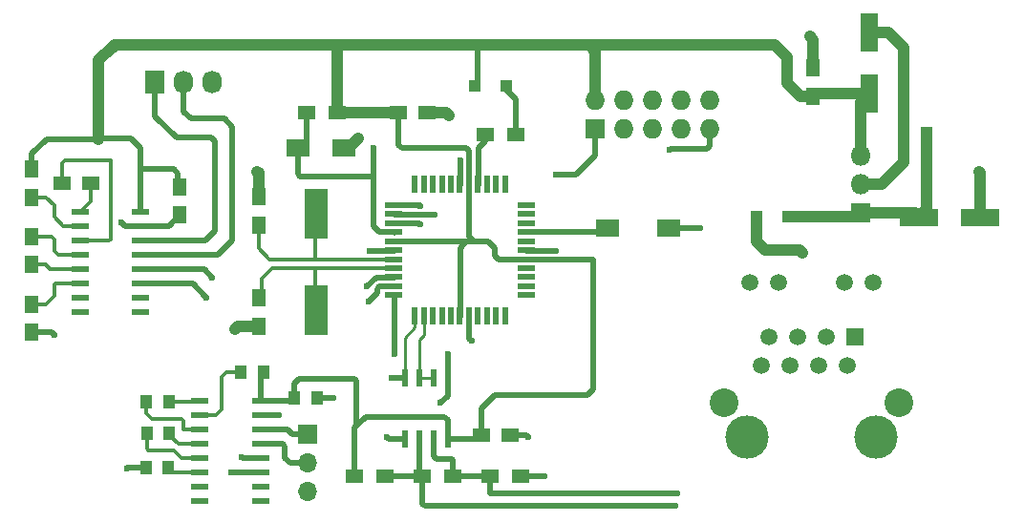
<source format=gbr>
G04 #@! TF.FileFunction,Copper,L1,Top,Signal*
%FSLAX46Y46*%
G04 Gerber Fmt 4.6, Leading zero omitted, Abs format (unit mm)*
G04 Created by KiCad (PCBNEW 4.0.6) date 08/10/17 23:44:08*
%MOMM*%
%LPD*%
G01*
G04 APERTURE LIST*
%ADD10C,0.100000*%
%ADD11R,1.250000X1.500000*%
%ADD12R,1.500000X1.250000*%
%ADD13R,1.727200X2.032000*%
%ADD14O,1.727200X2.032000*%
%ADD15R,1.500000X1.300000*%
%ADD16R,0.600000X1.550000*%
%ADD17R,1.500000X0.600000*%
%ADD18R,1.000000X1.250000*%
%ADD19R,1.800000X1.800000*%
%ADD20O,1.800000X1.800000*%
%ADD21R,1.700000X1.700000*%
%ADD22O,1.700000X1.700000*%
%ADD23R,1.727200X1.727200*%
%ADD24O,1.727200X1.727200*%
%ADD25C,3.850000*%
%ADD26C,1.520000*%
%ADD27C,2.540000*%
%ADD28R,1.520000X1.520000*%
%ADD29R,1.600000X0.560000*%
%ADD30R,0.560000X1.600000*%
%ADD31R,2.000000X4.500000*%
%ADD32R,2.000000X1.600000*%
%ADD33R,1.100000X1.100000*%
%ADD34R,3.500000X1.600000*%
%ADD35R,1.600000X3.500000*%
%ADD36C,0.600000*%
%ADD37C,1.000000*%
%ADD38C,0.500000*%
%ADD39C,0.300000*%
%ADD40C,0.250000*%
G04 APERTURE END LIST*
D10*
D11*
X106150000Y-67350000D03*
X106150000Y-69850000D03*
D12*
X132912800Y-89357200D03*
X135412800Y-89357200D03*
D11*
X162280000Y-59310000D03*
X162280000Y-56810000D03*
X113120000Y-70740000D03*
X113120000Y-68240000D03*
X113160000Y-77200000D03*
X113160000Y-79700000D03*
D12*
X98250000Y-67000000D03*
X95750000Y-67000000D03*
D11*
X93000000Y-71750000D03*
X93000000Y-74250000D03*
X93000000Y-65750000D03*
X93000000Y-68250000D03*
X93000000Y-77750000D03*
X93000000Y-80250000D03*
D13*
X103970000Y-58030000D03*
D14*
X106510000Y-58030000D03*
X109050000Y-58030000D03*
D15*
X120070000Y-60770000D03*
X117370000Y-60770000D03*
X135910000Y-62670000D03*
X133210000Y-62670000D03*
X121650000Y-93000000D03*
X124350000Y-93000000D03*
X127650000Y-93000000D03*
X130350000Y-93000000D03*
X133650000Y-93000000D03*
X136350000Y-93000000D03*
D16*
X129905000Y-84300000D03*
X128635000Y-84300000D03*
X127365000Y-84300000D03*
X126095000Y-84300000D03*
X126095000Y-89700000D03*
X127365000Y-89700000D03*
X128635000Y-89700000D03*
X129905000Y-89700000D03*
D17*
X97300000Y-69555000D03*
X97300000Y-70825000D03*
X97300000Y-72095000D03*
X97300000Y-73365000D03*
X97300000Y-74635000D03*
X97300000Y-75905000D03*
X97300000Y-77175000D03*
X97300000Y-78445000D03*
X102700000Y-78445000D03*
X102700000Y-77175000D03*
X102700000Y-75905000D03*
X102700000Y-74635000D03*
X102700000Y-73365000D03*
X102700000Y-72095000D03*
X102700000Y-70825000D03*
X102700000Y-69555000D03*
D12*
X125558400Y-60720800D03*
X128058400Y-60720800D03*
D18*
X172340000Y-62600000D03*
X170340000Y-62600000D03*
D19*
X166470000Y-69680000D03*
D20*
X166470000Y-67140000D03*
X166470000Y-64600000D03*
D18*
X105165400Y-86436200D03*
X103165400Y-86436200D03*
X105216200Y-89230200D03*
X103216200Y-89230200D03*
X113547400Y-83769200D03*
X111547400Y-83769200D03*
X105140000Y-92252800D03*
X103140000Y-92252800D03*
D21*
X117449600Y-89306400D03*
D22*
X117449600Y-91846400D03*
X117449600Y-94386400D03*
D17*
X107942400Y-86360000D03*
X107942400Y-87630000D03*
X107942400Y-88900000D03*
X107942400Y-90170000D03*
X107942400Y-91440000D03*
X107942400Y-92710000D03*
X107942400Y-93980000D03*
X107942400Y-95250000D03*
X113342400Y-95250000D03*
X113342400Y-93980000D03*
X113342400Y-92710000D03*
X113342400Y-91440000D03*
X113342400Y-90170000D03*
X113342400Y-88900000D03*
X113342400Y-87630000D03*
X113342400Y-86360000D03*
D18*
X116297200Y-86106000D03*
X118297200Y-86106000D03*
D23*
X143000000Y-62230000D03*
D24*
X143000000Y-59690000D03*
X145540000Y-62230000D03*
X145540000Y-59690000D03*
X148080000Y-62230000D03*
X148080000Y-59690000D03*
X150620000Y-62230000D03*
X150620000Y-59690000D03*
X153160000Y-62230000D03*
X153160000Y-59690000D03*
D25*
X167890000Y-89520000D03*
X156450000Y-89520000D03*
D26*
X157720000Y-83170000D03*
X158360000Y-80630000D03*
X160270000Y-83170000D03*
X160900000Y-80630000D03*
X162810000Y-83170000D03*
X163440000Y-80630000D03*
X165340000Y-83170000D03*
D27*
X169920000Y-86470000D03*
X154420000Y-86470000D03*
D26*
X159250000Y-75800000D03*
X165090000Y-75800000D03*
X156710000Y-75800000D03*
X167630000Y-75800000D03*
D28*
X165980000Y-80630000D03*
D29*
X125130000Y-68950000D03*
X125130000Y-69750000D03*
X125130000Y-70550000D03*
X125130000Y-71350000D03*
X125130000Y-72150000D03*
X125130000Y-72950000D03*
X125130000Y-73750000D03*
X125130000Y-74550000D03*
X125130000Y-75350000D03*
X125130000Y-76150000D03*
X125130000Y-76950000D03*
D30*
X126980000Y-78800000D03*
X127780000Y-78800000D03*
X128580000Y-78800000D03*
X129380000Y-78800000D03*
X130180000Y-78800000D03*
X130980000Y-78800000D03*
X131780000Y-78800000D03*
X132580000Y-78800000D03*
X133380000Y-78800000D03*
X134180000Y-78800000D03*
X134980000Y-78800000D03*
D29*
X136830000Y-76950000D03*
X136830000Y-76150000D03*
X136830000Y-75350000D03*
X136830000Y-74550000D03*
X136830000Y-73750000D03*
X136830000Y-72950000D03*
X136830000Y-72150000D03*
X136830000Y-71350000D03*
X136830000Y-70550000D03*
X136830000Y-69750000D03*
X136830000Y-68950000D03*
D30*
X134980000Y-67100000D03*
X134180000Y-67100000D03*
X133380000Y-67100000D03*
X132580000Y-67100000D03*
X131780000Y-67100000D03*
X130980000Y-67100000D03*
X130180000Y-67100000D03*
X129380000Y-67100000D03*
X128580000Y-67100000D03*
X127780000Y-67100000D03*
X126980000Y-67100000D03*
D31*
X118210000Y-69760000D03*
X118210000Y-78260000D03*
D32*
X116660000Y-63900000D03*
X120660000Y-63900000D03*
D33*
X160090000Y-69960000D03*
X157290000Y-69960000D03*
D34*
X171650000Y-70030000D03*
X177050000Y-70030000D03*
D35*
X167300000Y-59030000D03*
X167300000Y-53630000D03*
D33*
X135060000Y-58340000D03*
X132260000Y-58340000D03*
D32*
X149500000Y-70980000D03*
X144100000Y-70980000D03*
D36*
X111000000Y-80000000D03*
X113000000Y-66000000D03*
X177000000Y-66000000D03*
X162000000Y-54000000D03*
X130000000Y-61000000D03*
X122000000Y-63000000D03*
X152290000Y-70980000D03*
X139500000Y-73000000D03*
X132000000Y-81000000D03*
X123000000Y-73000000D03*
X131000000Y-65000000D03*
X101447600Y-92303600D03*
X114909600Y-87630000D03*
X119786400Y-86080600D03*
X138500000Y-93000000D03*
X124500000Y-89500000D03*
X137000000Y-89500000D03*
X95000000Y-80500000D03*
X101000000Y-70500000D03*
X122760000Y-76200000D03*
X109040000Y-75360000D03*
X122910000Y-77500000D03*
X108520000Y-77140000D03*
X129286000Y-86512400D03*
X111633000Y-91338400D03*
X129895600Y-82143600D03*
X125145800Y-82143600D03*
X110718600Y-92633800D03*
X124891800Y-84302600D03*
X150070000Y-95670000D03*
X150240000Y-94500000D03*
X161350000Y-73230000D03*
X123330000Y-63890000D03*
X127450000Y-69010000D03*
X139480000Y-66220000D03*
X149540000Y-64050000D03*
X128710000Y-69820000D03*
X127450000Y-70630000D03*
D37*
X113160000Y-79700000D02*
X111300000Y-79700000D01*
X111300000Y-79700000D02*
X111000000Y-80000000D01*
X113120000Y-68240000D02*
X113120000Y-66120000D01*
X113120000Y-66120000D02*
X113000000Y-66000000D01*
X177050000Y-70030000D02*
X177050000Y-66050000D01*
X177050000Y-66050000D02*
X177000000Y-66000000D01*
X162280000Y-56810000D02*
X162280000Y-54280000D01*
X162280000Y-54280000D02*
X162000000Y-54000000D01*
X128058400Y-60720800D02*
X129720800Y-60720800D01*
X129720800Y-60720800D02*
X130000000Y-61000000D01*
X120660000Y-63900000D02*
X121100000Y-63900000D01*
X121100000Y-63900000D02*
X122000000Y-63000000D01*
X170340000Y-62600000D02*
X170340000Y-55000000D01*
X168970000Y-53630000D02*
X167300000Y-53630000D01*
X170340000Y-55000000D02*
X168970000Y-53630000D01*
X167300000Y-53630000D02*
X167340000Y-53630000D01*
X167340000Y-53630000D02*
X167400000Y-53570000D01*
X166470000Y-67140000D02*
X168390000Y-67140000D01*
X170340000Y-65190000D02*
X170340000Y-62600000D01*
X168390000Y-67140000D02*
X170340000Y-65190000D01*
D38*
X149500000Y-70980000D02*
X152290000Y-70980000D01*
X136850000Y-73000000D02*
X139500000Y-73000000D01*
X131800000Y-78850000D02*
X131800000Y-80800000D01*
X131800000Y-80800000D02*
X132000000Y-81000000D01*
X125150000Y-73000000D02*
X123000000Y-73000000D01*
X131000000Y-67150000D02*
X131000000Y-65000000D01*
X102700000Y-70825000D02*
X105175000Y-70825000D01*
X105175000Y-70825000D02*
X106150000Y-69850000D01*
X103140000Y-92252800D02*
X101498400Y-92252800D01*
X101498400Y-92252800D02*
X101447600Y-92303600D01*
X113342400Y-87630000D02*
X114909600Y-87630000D01*
X118297200Y-86106000D02*
X119761000Y-86106000D01*
X119761000Y-86106000D02*
X119786400Y-86080600D01*
D37*
X170340000Y-62600000D02*
X170340000Y-62965000D01*
D38*
X136350000Y-93000000D02*
X138500000Y-93000000D01*
X126095000Y-89700000D02*
X124700000Y-89700000D01*
X124700000Y-89700000D02*
X124500000Y-89500000D01*
X135412800Y-89357200D02*
X136857200Y-89357200D01*
X136857200Y-89357200D02*
X137000000Y-89500000D01*
X93000000Y-80250000D02*
X94750000Y-80250000D01*
X94750000Y-80250000D02*
X95000000Y-80500000D01*
X102700000Y-70825000D02*
X101325000Y-70825000D01*
X101325000Y-70825000D02*
X101000000Y-70500000D01*
D37*
X166470000Y-64600000D02*
X166470000Y-59860000D01*
X166470000Y-59860000D02*
X167300000Y-59030000D01*
X167300000Y-59030000D02*
X162560000Y-59030000D01*
X162560000Y-59030000D02*
X162280000Y-59310000D01*
X162280000Y-59310000D02*
X161190000Y-59310000D01*
X158920000Y-54760000D02*
X142470000Y-54760000D01*
X160020000Y-55860000D02*
X158920000Y-54760000D01*
X160020000Y-58140000D02*
X160020000Y-55860000D01*
X161190000Y-59310000D02*
X160020000Y-58140000D01*
X162450000Y-59140000D02*
X162280000Y-59310000D01*
X120070000Y-60770000D02*
X125509200Y-60770000D01*
X125509200Y-60770000D02*
X125558400Y-60720800D01*
D38*
X125509200Y-60770000D02*
X125558400Y-60720800D01*
X131521200Y-63855600D02*
X125825600Y-63855600D01*
X131521200Y-63855600D02*
X131800000Y-64134400D01*
X131800000Y-67150000D02*
X131800000Y-64134400D01*
X125558400Y-63588400D02*
X125558400Y-60720800D01*
X125825600Y-63855600D02*
X125558400Y-63588400D01*
D37*
X120070000Y-60770000D02*
X120070000Y-54905200D01*
X120210000Y-54765200D02*
X120243600Y-54731600D01*
X120070000Y-54905200D02*
X120210000Y-54765200D01*
X143000000Y-55290000D02*
X142470000Y-54760000D01*
X143000000Y-59690000D02*
X143000000Y-55290000D01*
X142470000Y-54760000D02*
X142441600Y-54731600D01*
X133502400Y-54731600D02*
X132298400Y-54731600D01*
X142441600Y-54731600D02*
X133502400Y-54731600D01*
D38*
X132520000Y-58340000D02*
X132520000Y-54953200D01*
X132520000Y-54953200D02*
X132298400Y-54731600D01*
X106000000Y-67200000D02*
X106000000Y-66172800D01*
X105587800Y-65760600D02*
X106000000Y-66172800D01*
X105587800Y-65760600D02*
X102700000Y-65760600D01*
X106000000Y-67200000D02*
X106150000Y-67350000D01*
X116297200Y-86106000D02*
X116297200Y-84820000D01*
X121818400Y-88519000D02*
X121650000Y-88687400D01*
X121818400Y-84556600D02*
X121818400Y-88519000D01*
X121666000Y-84404200D02*
X121818400Y-84556600D01*
X116713000Y-84404200D02*
X121666000Y-84404200D01*
X116297200Y-84820000D02*
X116713000Y-84404200D01*
X113342400Y-86360000D02*
X116043200Y-86360000D01*
X116043200Y-86360000D02*
X116297200Y-86106000D01*
X113342400Y-86360000D02*
X113342400Y-83974200D01*
X113342400Y-83974200D02*
X113547400Y-83769200D01*
D37*
X132298400Y-54731600D02*
X120243600Y-54731600D01*
X120243600Y-54731600D02*
X100411600Y-54731600D01*
X100177600Y-54889400D02*
X98958400Y-56108600D01*
X98958400Y-56108600D02*
X98958400Y-63042800D01*
X100411600Y-54731600D02*
X100177600Y-54965600D01*
X100177600Y-54965600D02*
X100177600Y-54889400D01*
X125533000Y-60695400D02*
X125558400Y-60720800D01*
D38*
X98958400Y-63042800D02*
X101854000Y-63042800D01*
X101854000Y-63042800D02*
X102700000Y-63888800D01*
X102700000Y-63888800D02*
X102700000Y-65760600D01*
X102700000Y-65760600D02*
X102700000Y-69555000D01*
X93000000Y-65750000D02*
X93000000Y-64429200D01*
X98729800Y-63042800D02*
X98958400Y-63042800D01*
X98907600Y-63042800D02*
X98729800Y-63042800D01*
X98958400Y-63093600D02*
X98907600Y-63042800D01*
X94335600Y-63093600D02*
X98958400Y-63093600D01*
X93000000Y-64429200D02*
X94335600Y-63093600D01*
D37*
X98958400Y-63042800D02*
X98958400Y-63144400D01*
D38*
X129905000Y-89700000D02*
X129905000Y-88020400D01*
X129905000Y-88020400D02*
X129616200Y-87731600D01*
X129616200Y-87731600D02*
X122605800Y-87731600D01*
X122605800Y-87731600D02*
X121650000Y-88687400D01*
X121650000Y-88687400D02*
X121650000Y-93000000D01*
X131000000Y-78850000D02*
X131000000Y-72733400D01*
X131000000Y-72733400D02*
X131533400Y-72200000D01*
X131800000Y-67150000D02*
X131800000Y-71754400D01*
X131800000Y-71754400D02*
X132245600Y-72200000D01*
X125150000Y-72200000D02*
X131533400Y-72200000D01*
X131533400Y-72200000D02*
X132245600Y-72200000D01*
X132245600Y-72200000D02*
X133515600Y-72200000D01*
X134404400Y-73800000D02*
X136850000Y-73800000D01*
X134086600Y-73482200D02*
X134404400Y-73800000D01*
X134086600Y-72771000D02*
X134086600Y-73482200D01*
X133515600Y-72200000D02*
X134086600Y-72771000D01*
X132912800Y-89357200D02*
X132912800Y-86975000D01*
X142798800Y-85293200D02*
X142798800Y-73800000D01*
X142265400Y-85826600D02*
X142798800Y-85293200D01*
X134061200Y-85826600D02*
X134874000Y-85826600D01*
X134874000Y-85826600D02*
X142265400Y-85826600D01*
X132912800Y-86975000D02*
X134061200Y-85826600D01*
X136850000Y-73800000D02*
X142798800Y-73800000D01*
X129905000Y-89700000D02*
X132570000Y-89700000D01*
X132570000Y-89700000D02*
X132912800Y-89357200D01*
D39*
X93000000Y-65750000D02*
X93000000Y-65000000D01*
X118160000Y-73760000D02*
X118160000Y-69810000D01*
X118160000Y-69810000D02*
X118210000Y-69760000D01*
X125130000Y-73750000D02*
X121730000Y-73750000D01*
X113120000Y-72800000D02*
X113120000Y-70740000D01*
X114080000Y-73760000D02*
X113120000Y-72800000D01*
X121720000Y-73760000D02*
X118160000Y-73760000D01*
X118160000Y-73760000D02*
X114080000Y-73760000D01*
X121730000Y-73750000D02*
X121720000Y-73760000D01*
D38*
X118210000Y-71410000D02*
X118210000Y-69760000D01*
D39*
X118160000Y-74550000D02*
X118160000Y-78210000D01*
X118160000Y-78210000D02*
X118210000Y-78260000D01*
X125130000Y-74550000D02*
X118160000Y-74550000D01*
X118160000Y-74550000D02*
X114340000Y-74550000D01*
X113380000Y-75510000D02*
X113380000Y-76980000D01*
X114340000Y-74550000D02*
X113380000Y-75510000D01*
X113380000Y-76980000D02*
X113160000Y-77200000D01*
D40*
X118179060Y-76560000D02*
X118870000Y-77250940D01*
D39*
X98250000Y-67000000D02*
X98250000Y-68605000D01*
X98250000Y-68605000D02*
X97300000Y-69555000D01*
X95750000Y-67000000D02*
X95750000Y-65250000D01*
X99905000Y-72095000D02*
X97300000Y-72095000D01*
X100000000Y-72000000D02*
X99905000Y-72095000D01*
X100000000Y-65000000D02*
X100000000Y-72000000D01*
X96000000Y-65000000D02*
X100000000Y-65000000D01*
X95750000Y-65250000D02*
X96000000Y-65000000D01*
X93000000Y-71750000D02*
X94750000Y-71750000D01*
X95365000Y-73365000D02*
X97300000Y-73365000D01*
X95000000Y-73000000D02*
X95365000Y-73365000D01*
X95000000Y-72000000D02*
X95000000Y-73000000D01*
X94750000Y-71750000D02*
X95000000Y-72000000D01*
X93000000Y-74250000D02*
X94250000Y-74250000D01*
X94635000Y-74635000D02*
X97300000Y-74635000D01*
X94250000Y-74250000D02*
X94635000Y-74635000D01*
X93000000Y-68250000D02*
X94250000Y-68250000D01*
X95825000Y-70825000D02*
X97300000Y-70825000D01*
X95000000Y-70000000D02*
X95825000Y-70825000D01*
X95000000Y-69000000D02*
X95000000Y-70000000D01*
X94250000Y-68250000D02*
X95000000Y-69000000D01*
X93000000Y-77750000D02*
X94250000Y-77750000D01*
X95095000Y-75905000D02*
X97300000Y-75905000D01*
X95000000Y-76000000D02*
X95095000Y-75905000D01*
X95000000Y-77000000D02*
X95000000Y-76000000D01*
X94250000Y-77750000D02*
X95000000Y-77000000D01*
D38*
X135060000Y-58340000D02*
X135060000Y-58710000D01*
X135060000Y-58710000D02*
X135910000Y-59560000D01*
X135910000Y-59560000D02*
X135910000Y-62670000D01*
X123560000Y-75400000D02*
X125150000Y-75400000D01*
X122760000Y-76200000D02*
X123560000Y-75400000D01*
X108315000Y-74635000D02*
X109040000Y-75360000D01*
X102700000Y-74635000D02*
X108315000Y-74635000D01*
X123670000Y-76380000D02*
X123670000Y-76740000D01*
X123670000Y-76380000D02*
X123850000Y-76200000D01*
X125150000Y-76200000D02*
X123850000Y-76200000D01*
X123670000Y-76740000D02*
X122910000Y-77500000D01*
X107285000Y-75905000D02*
X108520000Y-77140000D01*
X107285000Y-75905000D02*
X102700000Y-75905000D01*
X113342400Y-91440000D02*
X111734600Y-91440000D01*
X129905000Y-85893400D02*
X129905000Y-84300000D01*
X129286000Y-86512400D02*
X129905000Y-85893400D01*
X111734600Y-91440000D02*
X111633000Y-91338400D01*
X125150000Y-77000000D02*
X125150000Y-82139400D01*
X129905000Y-82153000D02*
X129905000Y-84300000D01*
X129895600Y-82143600D02*
X129905000Y-82153000D01*
X125150000Y-82139400D02*
X125145800Y-82143600D01*
X126095000Y-84300000D02*
X124894400Y-84300000D01*
X110794800Y-92710000D02*
X113342400Y-92710000D01*
X110718600Y-92633800D02*
X110794800Y-92710000D01*
X124894400Y-84300000D02*
X124891800Y-84302600D01*
D40*
X127000000Y-78850000D02*
X127000000Y-79832200D01*
X126095000Y-80737200D02*
X126095000Y-84300000D01*
X127000000Y-79832200D02*
X126095000Y-80737200D01*
X127365000Y-84300000D02*
X128635000Y-84300000D01*
X127800000Y-78850000D02*
X127800000Y-80505400D01*
X127365000Y-80940400D02*
X127365000Y-84300000D01*
X127800000Y-80505400D02*
X127365000Y-80940400D01*
D38*
X148580000Y-95670000D02*
X150070000Y-95670000D01*
X127650000Y-93000000D02*
X127650000Y-95440000D01*
X127880000Y-95670000D02*
X127650000Y-95440000D01*
X148580000Y-95670000D02*
X127880000Y-95670000D01*
X127650000Y-93000000D02*
X124350000Y-93000000D01*
X127365000Y-89700000D02*
X127365000Y-92715000D01*
X127365000Y-92715000D02*
X127650000Y-93000000D01*
D40*
X127365000Y-92715000D02*
X127650000Y-93000000D01*
D38*
X133650000Y-93000000D02*
X133650000Y-94480000D01*
X133670000Y-94500000D02*
X150240000Y-94500000D01*
X133650000Y-94480000D02*
X133670000Y-94500000D01*
X130350000Y-93000000D02*
X133650000Y-93000000D01*
X128635000Y-89700000D02*
X128635000Y-91265000D01*
X130360000Y-91630000D02*
X130360000Y-92990000D01*
X130230000Y-91500000D02*
X130360000Y-91630000D01*
X128870000Y-91500000D02*
X130230000Y-91500000D01*
X128635000Y-91265000D02*
X128870000Y-91500000D01*
X130360000Y-92990000D02*
X130350000Y-93000000D01*
D40*
X130350000Y-92910400D02*
X130350000Y-93000000D01*
D38*
X102700000Y-72095000D02*
X108385000Y-72095000D01*
X103970000Y-61070000D02*
X103970000Y-58030000D01*
X105880000Y-62980000D02*
X103970000Y-61070000D01*
X108930000Y-62980000D02*
X105880000Y-62980000D01*
X109230000Y-63280000D02*
X108930000Y-62980000D01*
X109230000Y-71250000D02*
X109230000Y-63280000D01*
X108385000Y-72095000D02*
X109230000Y-71250000D01*
D40*
X102795000Y-72000000D02*
X102700000Y-72095000D01*
D38*
X102700000Y-73365000D02*
X109525000Y-73365000D01*
X106510000Y-60630000D02*
X106510000Y-58030000D01*
X107180000Y-61300000D02*
X106510000Y-60630000D01*
X110080000Y-61300000D02*
X107180000Y-61300000D01*
X110810000Y-62030000D02*
X110080000Y-61300000D01*
X110810000Y-72080000D02*
X110810000Y-62030000D01*
X109525000Y-73365000D02*
X110810000Y-72080000D01*
D37*
X172340000Y-62600000D02*
X172340000Y-69340000D01*
X172340000Y-69340000D02*
X171650000Y-70030000D01*
X166470000Y-69680000D02*
X171300000Y-69680000D01*
X171300000Y-69680000D02*
X171650000Y-70030000D01*
X160090000Y-69960000D02*
X166190000Y-69960000D01*
X166190000Y-69960000D02*
X166470000Y-69680000D01*
X161350000Y-73230000D02*
X161080000Y-72960000D01*
X161080000Y-72960000D02*
X158040000Y-72960000D01*
X158040000Y-72960000D02*
X157290000Y-72210000D01*
X157290000Y-72210000D02*
X157290000Y-69960000D01*
D39*
X105165400Y-86436200D02*
X107866200Y-86436200D01*
X107866200Y-86436200D02*
X107942400Y-86360000D01*
X103165400Y-86436200D02*
X103165400Y-87417400D01*
X106578400Y-88900000D02*
X107942400Y-88900000D01*
X106502200Y-88823800D02*
X106578400Y-88900000D01*
X106502200Y-88138000D02*
X106502200Y-88823800D01*
X106299000Y-87934800D02*
X106502200Y-88138000D01*
X103682800Y-87934800D02*
X106299000Y-87934800D01*
X103165400Y-87417400D02*
X103682800Y-87934800D01*
X105216200Y-89230200D02*
X105216200Y-89366600D01*
X105216200Y-89366600D02*
X106019600Y-90170000D01*
X106019600Y-90170000D02*
X107942400Y-90170000D01*
X103216200Y-89230200D02*
X103216200Y-90585800D01*
X106324400Y-91389200D02*
X107891600Y-91389200D01*
X105638600Y-90703400D02*
X106324400Y-91389200D01*
X103333800Y-90703400D02*
X105638600Y-90703400D01*
X103216200Y-90585800D02*
X103333800Y-90703400D01*
X107891600Y-91389200D02*
X107942400Y-91440000D01*
X107942400Y-87630000D02*
X109347000Y-87630000D01*
X110312200Y-83769200D02*
X111547400Y-83769200D01*
X109880400Y-84201000D02*
X110312200Y-83769200D01*
X109880400Y-87096600D02*
X109880400Y-84201000D01*
X109347000Y-87630000D02*
X109880400Y-87096600D01*
X105140000Y-92252800D02*
X105156000Y-92252800D01*
X105156000Y-92252800D02*
X105613200Y-92710000D01*
X105613200Y-92710000D02*
X107942400Y-92710000D01*
D38*
X117449600Y-89306400D02*
X116103400Y-89306400D01*
X115697000Y-88900000D02*
X113342400Y-88900000D01*
X116103400Y-89306400D02*
X115697000Y-88900000D01*
X117449600Y-91846400D02*
X115925600Y-91846400D01*
X115239800Y-90170000D02*
X113342400Y-90170000D01*
X115443000Y-90373200D02*
X115239800Y-90170000D01*
X115443000Y-91363800D02*
X115443000Y-90373200D01*
X115925600Y-91846400D02*
X115443000Y-91363800D01*
X123330000Y-66390000D02*
X116840000Y-66390000D01*
X116660000Y-66210000D02*
X116660000Y-63900000D01*
X116840000Y-66390000D02*
X116660000Y-66210000D01*
X123330000Y-63890000D02*
X123330000Y-66390000D01*
X123860000Y-71350000D02*
X125130000Y-71350000D01*
X123330000Y-70820000D02*
X123860000Y-71350000D01*
X123330000Y-66390000D02*
X123330000Y-70820000D01*
X117370000Y-60770000D02*
X117370000Y-63190000D01*
X117370000Y-63190000D02*
X116660000Y-63900000D01*
D40*
X125074400Y-71475600D02*
X125150000Y-71400000D01*
D38*
X127440000Y-69000000D02*
X125150000Y-69000000D01*
X127450000Y-69010000D02*
X127440000Y-69000000D01*
X141310000Y-66220000D02*
X139480000Y-66220000D01*
X143000000Y-64530000D02*
X141310000Y-66220000D01*
X143000000Y-62230000D02*
X143000000Y-64530000D01*
X153160000Y-63710000D02*
X153160000Y-62230000D01*
X152900000Y-63970000D02*
X153160000Y-63710000D01*
X149620000Y-63970000D02*
X152900000Y-63970000D01*
X149540000Y-64050000D02*
X149620000Y-63970000D01*
X128690000Y-69800000D02*
X128710000Y-69820000D01*
X125150000Y-69800000D02*
X128690000Y-69800000D01*
X127420000Y-70600000D02*
X125150000Y-70600000D01*
X127450000Y-70630000D02*
X127420000Y-70600000D01*
X132600000Y-63870000D02*
X132600000Y-67150000D01*
X133210000Y-62670000D02*
X133210000Y-63260000D01*
X133210000Y-63260000D02*
X132600000Y-63870000D01*
X136830000Y-71350000D02*
X143730000Y-71350000D01*
X143730000Y-71350000D02*
X144100000Y-70980000D01*
M02*

</source>
